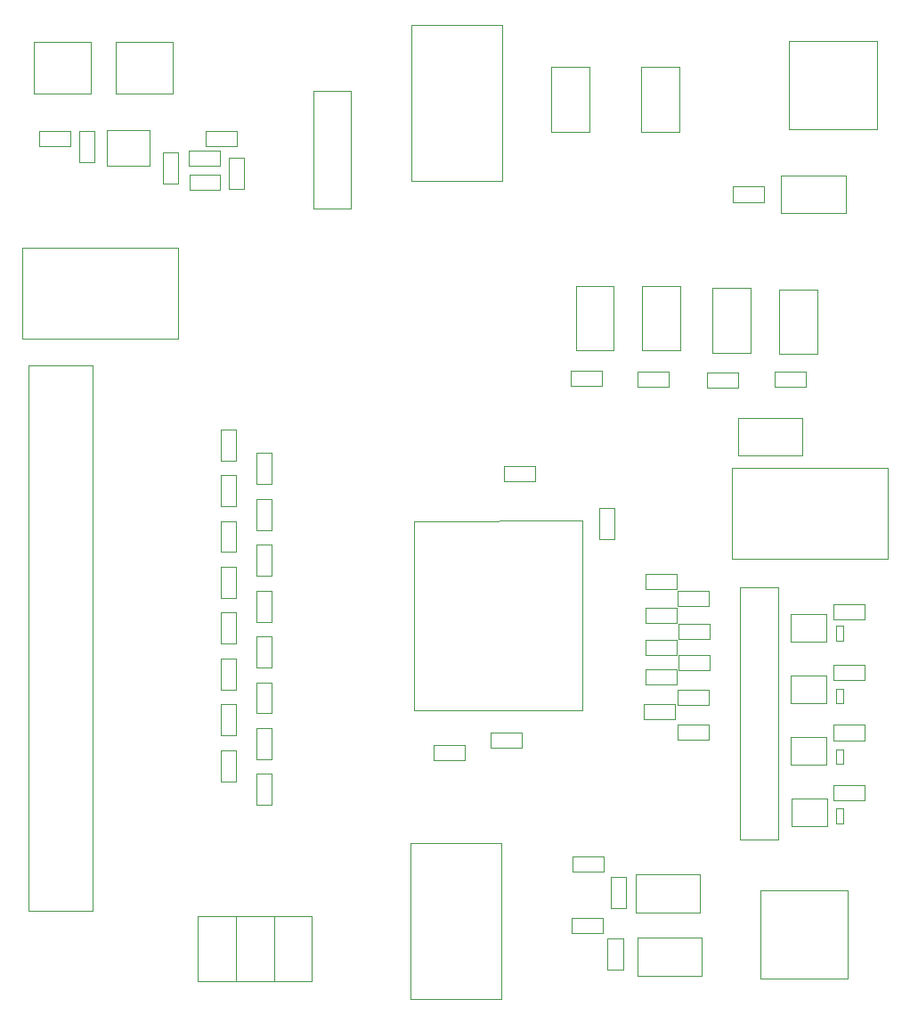
<source format=gbr>
%TF.GenerationSoftware,KiCad,Pcbnew,7.0.6-7.0.6~ubuntu20.04.1*%
%TF.CreationDate,2023-11-11T07:42:01+07:00*%
%TF.ProjectId,qpix,71706978-2e6b-4696-9361-645f70636258,rev?*%
%TF.SameCoordinates,Original*%
%TF.FileFunction,Other,User*%
%FSLAX46Y46*%
G04 Gerber Fmt 4.6, Leading zero omitted, Abs format (unit mm)*
G04 Created by KiCad (PCBNEW 7.0.6-7.0.6~ubuntu20.04.1) date 2023-11-11 07:42:01*
%MOMM*%
%LPD*%
G01*
G04 APERTURE LIST*
%ADD10C,0.050000*%
G04 APERTURE END LIST*
D10*
%TO.C,R44*%
X157765000Y-103312000D02*
X160725000Y-103312000D01*
X157765000Y-104772000D02*
X157765000Y-103312000D01*
X160725000Y-103312000D02*
X160725000Y-104772000D01*
X160725000Y-104772000D02*
X157765000Y-104772000D01*
%TO.C,R14*%
X147800000Y-128530000D02*
X150760000Y-128530000D01*
X147800000Y-129990000D02*
X147800000Y-128530000D01*
X150760000Y-128530000D02*
X150760000Y-129990000D01*
X150760000Y-129990000D02*
X147800000Y-129990000D01*
%TO.C,R26*%
X117715000Y-114979997D02*
X117715000Y-112019997D01*
X119175000Y-114979997D02*
X117715000Y-114979997D01*
X117715000Y-112019997D02*
X119175000Y-112019997D01*
X119175000Y-112019997D02*
X119175000Y-114979997D01*
%TO.C,JP3*%
X148095835Y-74350000D02*
X148095835Y-80500000D01*
X148095835Y-80500000D02*
X151695835Y-80500000D01*
X151695835Y-74350000D02*
X148095835Y-74350000D01*
X151695835Y-80500000D02*
X151695835Y-74350000D01*
%TO.C,JP5*%
X161095835Y-74550000D02*
X161095835Y-80700000D01*
X161095835Y-80700000D02*
X164695835Y-80700000D01*
X164695835Y-74550000D02*
X161095835Y-74550000D01*
X164695835Y-80700000D02*
X164695835Y-74550000D01*
%TO.C,J2*%
X167320000Y-126920000D02*
X167320000Y-103020000D01*
X167320000Y-103020000D02*
X163720000Y-103020000D01*
X163720000Y-126920000D02*
X167320000Y-126920000D01*
X163720000Y-103020000D02*
X163720000Y-126920000D01*
%TO.C,J9*%
X173985000Y-140155000D02*
X173985000Y-131815000D01*
X173985000Y-140155000D02*
X165645000Y-140155000D01*
X165645000Y-131815000D02*
X173985000Y-131815000D01*
X165645000Y-131815000D02*
X165645000Y-140155000D01*
%TO.C,U1*%
X132716512Y-96694641D02*
X132716512Y-114674641D01*
X132716512Y-114674641D02*
X148716512Y-114674641D01*
X148716512Y-96684641D02*
X132716512Y-96694641D01*
X148716512Y-114674641D02*
X148716512Y-96684641D01*
%TO.C,R43*%
X154763000Y-104963000D02*
X157723000Y-104963000D01*
X154763000Y-106423000D02*
X154763000Y-104963000D01*
X157723000Y-104963000D02*
X157723000Y-106423000D01*
X157723000Y-106423000D02*
X154763000Y-106423000D01*
%TO.C,R16*%
X117715000Y-93212142D02*
X117715000Y-90252142D01*
X119175000Y-93212142D02*
X117715000Y-93212142D01*
X117715000Y-90252142D02*
X119175000Y-90252142D01*
X119175000Y-90252142D02*
X119175000Y-93212142D01*
%TO.C,C3*%
X115830000Y-61080000D02*
X112870000Y-61080000D01*
X115830000Y-59620000D02*
X115830000Y-61080000D01*
X112870000Y-61080000D02*
X112870000Y-59620000D01*
X112870000Y-59620000D02*
X115830000Y-59620000D01*
%TO.C,JP9*%
X119390000Y-140405000D02*
X119390000Y-134255000D01*
X119390000Y-134255000D02*
X115790000Y-134255000D01*
X115790000Y-140405000D02*
X119390000Y-140405000D01*
X115790000Y-134255000D02*
X115790000Y-140405000D01*
%TO.C,R33*%
X142930000Y-118230000D02*
X139970000Y-118230000D01*
X142930000Y-116770000D02*
X142930000Y-118230000D01*
X139970000Y-118230000D02*
X139970000Y-116770000D01*
X139970000Y-116770000D02*
X142930000Y-116770000D01*
%TO.C,R45*%
X154763000Y-101693892D02*
X157723000Y-101693892D01*
X154763000Y-103153892D02*
X154763000Y-101693892D01*
X157723000Y-101693892D02*
X157723000Y-103153892D01*
X157723000Y-103153892D02*
X154763000Y-103153892D01*
%TO.C,C23*%
X151430000Y-133490000D02*
X151430000Y-130530000D01*
X152890000Y-133490000D02*
X151430000Y-133490000D01*
X151430000Y-130530000D02*
X152890000Y-130530000D01*
X152890000Y-130530000D02*
X152890000Y-133490000D01*
%TO.C,Q4*%
X168561833Y-105570000D02*
X171961833Y-105570000D01*
X168561833Y-108170000D02*
X168561833Y-105570000D01*
X171961833Y-105570000D02*
X171961833Y-108170000D01*
X171961833Y-108170000D02*
X168561833Y-108170000D01*
%TO.C,R8*%
X111342500Y-63770000D02*
X114302500Y-63770000D01*
X111342500Y-65230000D02*
X111342500Y-63770000D01*
X114302500Y-63770000D02*
X114302500Y-65230000D01*
X114302500Y-65230000D02*
X111342500Y-65230000D01*
%TO.C,R1*%
X147586835Y-82445000D02*
X150546835Y-82445000D01*
X147586835Y-83905000D02*
X147586835Y-82445000D01*
X150546835Y-82445000D02*
X150546835Y-83905000D01*
X150546835Y-83905000D02*
X147586835Y-83905000D01*
%TO.C,JP6*%
X167460835Y-74680000D02*
X167460835Y-80830000D01*
X167460835Y-80830000D02*
X171060835Y-80830000D01*
X171060835Y-74680000D02*
X167460835Y-74680000D01*
X171060835Y-80830000D02*
X171060835Y-74680000D01*
%TO.C,R20*%
X117715000Y-101919284D02*
X117715000Y-98959284D01*
X119175000Y-101919284D02*
X117715000Y-101919284D01*
X117715000Y-98959284D02*
X119175000Y-98959284D01*
X119175000Y-98959284D02*
X119175000Y-101919284D01*
%TO.C,R21*%
X114340000Y-104012142D02*
X114340000Y-101052142D01*
X115800000Y-104012142D02*
X114340000Y-104012142D01*
X114340000Y-101052142D02*
X115800000Y-101052142D01*
X115800000Y-101052142D02*
X115800000Y-104012142D01*
%TO.C,R39*%
X154763000Y-110805000D02*
X157723000Y-110805000D01*
X154763000Y-112265000D02*
X154763000Y-110805000D01*
X157723000Y-110805000D02*
X157723000Y-112265000D01*
X157723000Y-112265000D02*
X154763000Y-112265000D01*
%TO.C,R31*%
X134550000Y-117980000D02*
X137510000Y-117980000D01*
X134550000Y-119440000D02*
X134550000Y-117980000D01*
X137510000Y-117980000D02*
X137510000Y-119440000D01*
X137510000Y-119440000D02*
X134550000Y-119440000D01*
%TO.C,C1*%
X102332500Y-59685000D02*
X102332500Y-62645000D01*
X100872500Y-59685000D02*
X102332500Y-59685000D01*
X102332500Y-62645000D02*
X100872500Y-62645000D01*
X100872500Y-62645000D02*
X100872500Y-59685000D01*
%TO.C,JP12*%
X159930000Y-130270000D02*
X153780000Y-130270000D01*
X153780000Y-130270000D02*
X153780000Y-133870000D01*
X159930000Y-133870000D02*
X159930000Y-130270000D01*
X153780000Y-133870000D02*
X159930000Y-133870000D01*
%TO.C,R23*%
X114340000Y-108369284D02*
X114340000Y-105409284D01*
X115800000Y-108369284D02*
X114340000Y-108369284D01*
X114340000Y-105409284D02*
X115800000Y-105409284D01*
X115800000Y-105409284D02*
X115800000Y-108369284D01*
%TO.C,R4*%
X167020835Y-82495000D02*
X169980835Y-82495000D01*
X167020835Y-83955000D02*
X167020835Y-82495000D01*
X169980835Y-82495000D02*
X169980835Y-83955000D01*
X169980835Y-83955000D02*
X167020835Y-83955000D01*
%TO.C,R24*%
X117715000Y-110626426D02*
X117715000Y-107666426D01*
X119175000Y-110626426D02*
X117715000Y-110626426D01*
X117715000Y-107666426D02*
X119175000Y-107666426D01*
X119175000Y-107666426D02*
X119175000Y-110626426D01*
%TO.C,J4*%
X132375000Y-142145000D02*
X141025000Y-142145000D01*
X141025000Y-142145000D02*
X141025000Y-127295000D01*
X132375000Y-127295000D02*
X132375000Y-142145000D01*
X141025000Y-127295000D02*
X132375000Y-127295000D01*
%TO.C,J7*%
X168370000Y-51110000D02*
X168370000Y-59450000D01*
X168370000Y-51110000D02*
X176710000Y-51110000D01*
X176710000Y-59450000D02*
X168370000Y-59450000D01*
X176710000Y-59450000D02*
X176710000Y-51110000D01*
%TO.C,J5*%
X126730000Y-67000000D02*
X126730000Y-55800000D01*
X126730000Y-55800000D02*
X123130000Y-55800000D01*
X123130000Y-67000000D02*
X126730000Y-67000000D01*
X123130000Y-55800000D02*
X123130000Y-67000000D01*
%TO.C,R7*%
X108812500Y-64620000D02*
X108812500Y-61660000D01*
X110272500Y-64620000D02*
X108812500Y-64620000D01*
X108812500Y-61660000D02*
X110272500Y-61660000D01*
X110272500Y-61660000D02*
X110272500Y-64620000D01*
%TO.C,R36*%
X157765000Y-116012000D02*
X160725000Y-116012000D01*
X157765000Y-117472000D02*
X157765000Y-116012000D01*
X160725000Y-116012000D02*
X160725000Y-117472000D01*
X160725000Y-117472000D02*
X157765000Y-117472000D01*
%TO.C,R30*%
X117715000Y-123687142D02*
X117715000Y-120727142D01*
X119175000Y-123687142D02*
X117715000Y-123687142D01*
X117715000Y-120727142D02*
X119175000Y-120727142D01*
X119175000Y-120727142D02*
X119175000Y-123687142D01*
%TO.C,JP2*%
X160080000Y-136290000D02*
X153930000Y-136290000D01*
X153930000Y-136290000D02*
X153930000Y-139890000D01*
X160080000Y-139890000D02*
X160080000Y-136290000D01*
X153930000Y-139890000D02*
X160080000Y-139890000D01*
%TO.C,D1*%
X172851833Y-125425000D02*
X172851833Y-124025000D01*
X173551833Y-125425000D02*
X172851833Y-125425000D01*
X172851833Y-124025000D02*
X173551833Y-124025000D01*
X173551833Y-124025000D02*
X173551833Y-125425000D01*
%TO.C,J3*%
X141115000Y-49535000D02*
X132465000Y-49535000D01*
X132465000Y-49535000D02*
X132465000Y-64385000D01*
X141115000Y-64385000D02*
X141115000Y-49535000D01*
X132465000Y-64385000D02*
X141115000Y-64385000D01*
%TO.C,D3*%
X172851833Y-114040000D02*
X172851833Y-112640000D01*
X173551833Y-114040000D02*
X172851833Y-114040000D01*
X172851833Y-112640000D02*
X173551833Y-112640000D01*
X173551833Y-112640000D02*
X173551833Y-114040000D01*
%TO.C,JP7*%
X169656750Y-86880000D02*
X163506750Y-86880000D01*
X163506750Y-86880000D02*
X163506750Y-90480000D01*
X169656750Y-90480000D02*
X169656750Y-86880000D01*
X163506750Y-90480000D02*
X169656750Y-90480000D01*
%TO.C,R28*%
X117715000Y-119333568D02*
X117715000Y-116373568D01*
X119175000Y-119333568D02*
X117715000Y-119333568D01*
X117715000Y-116373568D02*
X119175000Y-116373568D01*
X119175000Y-116373568D02*
X119175000Y-119333568D01*
%TO.C,J13*%
X149400000Y-59720000D02*
X149400000Y-53570000D01*
X149400000Y-53570000D02*
X145800000Y-53570000D01*
X145800000Y-59720000D02*
X149400000Y-59720000D01*
X145800000Y-53570000D02*
X145800000Y-59720000D01*
%TO.C,R17*%
X114340000Y-95297858D02*
X114340000Y-92337858D01*
X115800000Y-95297858D02*
X114340000Y-95297858D01*
X114340000Y-92337858D02*
X115800000Y-92337858D01*
X115800000Y-92337858D02*
X115800000Y-95297858D01*
%TO.C,R13*%
X166030000Y-66400000D02*
X163070000Y-66400000D01*
X166030000Y-64940000D02*
X166030000Y-66400000D01*
X163070000Y-66400000D02*
X163070000Y-64940000D01*
X163070000Y-64940000D02*
X166030000Y-64940000D01*
%TO.C,JP10*%
X115750000Y-140404000D02*
X115750000Y-134254000D01*
X115750000Y-134254000D02*
X112150000Y-134254000D01*
X112150000Y-140404000D02*
X115750000Y-140404000D01*
X112150000Y-134254000D02*
X112150000Y-140404000D01*
%TO.C,R32*%
X144235000Y-92920000D02*
X141275000Y-92920000D01*
X144235000Y-91460000D02*
X144235000Y-92920000D01*
X141275000Y-92920000D02*
X141275000Y-91460000D01*
X141275000Y-91460000D02*
X144235000Y-91460000D01*
%TO.C,Q2*%
X168561833Y-117237332D02*
X171961833Y-117237332D01*
X168561833Y-119837332D02*
X168561833Y-117237332D01*
X171961833Y-117237332D02*
X171961833Y-119837332D01*
X171961833Y-119837332D02*
X168561833Y-119837332D01*
%TO.C,R40*%
X157829000Y-109408000D02*
X160789000Y-109408000D01*
X157829000Y-110868000D02*
X157829000Y-109408000D01*
X160789000Y-109408000D02*
X160789000Y-110868000D01*
X160789000Y-110868000D02*
X157829000Y-110868000D01*
%TO.C,J10*%
X157920000Y-59720000D02*
X157920000Y-53570000D01*
X157920000Y-53570000D02*
X154320000Y-53570000D01*
X154320000Y-59720000D02*
X157920000Y-59720000D01*
X154320000Y-53570000D02*
X154320000Y-59720000D01*
%TO.C,R68*%
X175561833Y-106060000D02*
X172601833Y-106060000D01*
X175561833Y-104600000D02*
X175561833Y-106060000D01*
X172601833Y-106060000D02*
X172601833Y-104600000D01*
X172601833Y-104600000D02*
X175561833Y-104600000D01*
%TO.C,R42*%
X157829000Y-106487000D02*
X160789000Y-106487000D01*
X157829000Y-107947000D02*
X157829000Y-106487000D01*
X160789000Y-106487000D02*
X160789000Y-107947000D01*
X160789000Y-107947000D02*
X157829000Y-107947000D01*
%TO.C,R25*%
X114340000Y-112726426D02*
X114340000Y-109766426D01*
X115800000Y-112726426D02*
X114340000Y-112726426D01*
X114340000Y-109766426D02*
X115800000Y-109766426D01*
X115800000Y-109766426D02*
X115800000Y-112726426D01*
%TO.C,U2*%
X103512500Y-59590000D02*
X103512500Y-62990000D01*
X103512500Y-62990000D02*
X107612500Y-62990000D01*
X107612500Y-59590000D02*
X103512500Y-59590000D01*
X107612500Y-62990000D02*
X107612500Y-59590000D01*
%TO.C,R22*%
X117715000Y-106272855D02*
X117715000Y-103312855D01*
X119175000Y-106272855D02*
X117715000Y-106272855D01*
X117715000Y-103312855D02*
X119175000Y-103312855D01*
X119175000Y-103312855D02*
X119175000Y-106272855D01*
%TO.C,J1*%
X96045000Y-81880000D02*
X96045000Y-133730000D01*
X96045000Y-133730000D02*
X102195000Y-133730000D01*
X102195000Y-81880000D02*
X96045000Y-81880000D01*
X102195000Y-133730000D02*
X102195000Y-81880000D01*
%TO.C,J8*%
X177785000Y-100315000D02*
X177785000Y-91665000D01*
X177785000Y-91665000D02*
X162935000Y-91665000D01*
X162935000Y-100315000D02*
X177785000Y-100315000D01*
X162935000Y-91665000D02*
X162935000Y-100315000D01*
%TO.C,JP4*%
X154430000Y-74350000D02*
X154430000Y-80500000D01*
X154430000Y-80500000D02*
X158030000Y-80500000D01*
X158030000Y-74350000D02*
X154430000Y-74350000D01*
X158030000Y-80500000D02*
X158030000Y-74350000D01*
%TO.C,C22*%
X151130000Y-139355000D02*
X151130000Y-136395000D01*
X152590000Y-139355000D02*
X151130000Y-139355000D01*
X151130000Y-136395000D02*
X152590000Y-136395000D01*
X152590000Y-136395000D02*
X152590000Y-139355000D01*
%TO.C,C2*%
X114290000Y-62950000D02*
X111330000Y-62950000D01*
X114290000Y-61490000D02*
X114290000Y-62950000D01*
X111330000Y-62950000D02*
X111330000Y-61490000D01*
X111330000Y-61490000D02*
X114290000Y-61490000D01*
%TO.C,R29*%
X114340000Y-121440716D02*
X114340000Y-118480716D01*
X115800000Y-121440716D02*
X114340000Y-121440716D01*
X114340000Y-118480716D02*
X115800000Y-118480716D01*
X115800000Y-118480716D02*
X115800000Y-121440716D01*
%TO.C,D4*%
X172851833Y-108067500D02*
X172851833Y-106667500D01*
X173551833Y-108067500D02*
X172851833Y-108067500D01*
X172851833Y-106667500D02*
X173551833Y-106667500D01*
X173551833Y-106667500D02*
X173551833Y-108067500D01*
%TO.C,R15*%
X114340000Y-90940716D02*
X114340000Y-87980716D01*
X115800000Y-90940716D02*
X114340000Y-90940716D01*
X114340000Y-87980716D02*
X115800000Y-87980716D01*
X115800000Y-87980716D02*
X115800000Y-90940716D01*
%TO.C,R65*%
X175561833Y-123270000D02*
X172601833Y-123270000D01*
X175561833Y-121810000D02*
X175561833Y-123270000D01*
X172601833Y-123270000D02*
X172601833Y-121810000D01*
X172601833Y-121810000D02*
X175561833Y-121810000D01*
%TO.C,J11*%
X96560000Y-51170000D02*
X96560000Y-56070000D01*
X96560000Y-56070000D02*
X101960000Y-56070000D01*
X101960000Y-51170000D02*
X96560000Y-51170000D01*
X101960000Y-56070000D02*
X101960000Y-51170000D01*
X104360000Y-51170000D02*
X104360000Y-56070000D01*
X104360000Y-56070000D02*
X109760000Y-56070000D01*
X109760000Y-51170000D02*
X104360000Y-51170000D01*
X109760000Y-56070000D02*
X109760000Y-51170000D01*
%TO.C,R37*%
X154590000Y-114107000D02*
X157550000Y-114107000D01*
X154590000Y-115567000D02*
X154590000Y-114107000D01*
X157550000Y-114107000D02*
X157550000Y-115567000D01*
X157550000Y-115567000D02*
X154590000Y-115567000D01*
%TO.C,Q3*%
X168561833Y-111403666D02*
X171961833Y-111403666D01*
X168561833Y-114003666D02*
X168561833Y-111403666D01*
X171961833Y-111403666D02*
X171961833Y-114003666D01*
X171961833Y-114003666D02*
X168561833Y-114003666D01*
%TO.C,D2*%
X172851833Y-119787500D02*
X172851833Y-118387500D01*
X173551833Y-119787500D02*
X172851833Y-119787500D01*
X172851833Y-118387500D02*
X173551833Y-118387500D01*
X173551833Y-118387500D02*
X173551833Y-119787500D01*
%TO.C,J6*%
X95435000Y-70765000D02*
X95435000Y-79415000D01*
X95435000Y-79415000D02*
X110285000Y-79415000D01*
X110285000Y-70765000D02*
X95435000Y-70765000D01*
X110285000Y-79415000D02*
X110285000Y-70765000D01*
%TO.C,R2*%
X153933335Y-82505000D02*
X156893335Y-82505000D01*
X153933335Y-83965000D02*
X153933335Y-82505000D01*
X156893335Y-82505000D02*
X156893335Y-83965000D01*
X156893335Y-83965000D02*
X153933335Y-83965000D01*
%TO.C,JP8*%
X123020000Y-140415000D02*
X123020000Y-134265000D01*
X123020000Y-134265000D02*
X119420000Y-134265000D01*
X119420000Y-140415000D02*
X123020000Y-140415000D01*
X119420000Y-134265000D02*
X119420000Y-140415000D01*
%TO.C,FB1*%
X100072500Y-61110000D02*
X97112500Y-61110000D01*
X100072500Y-59650000D02*
X100072500Y-61110000D01*
X97112500Y-61110000D02*
X97112500Y-59650000D01*
X97112500Y-59650000D02*
X100072500Y-59650000D01*
%TO.C,R10*%
X147710000Y-134400000D02*
X150670000Y-134400000D01*
X147710000Y-135860000D02*
X147710000Y-134400000D01*
X150670000Y-134400000D02*
X150670000Y-135860000D01*
X150670000Y-135860000D02*
X147710000Y-135860000D01*
%TO.C,R9*%
X115090000Y-65160000D02*
X115090000Y-62200000D01*
X116550000Y-65160000D02*
X115090000Y-65160000D01*
X115090000Y-62200000D02*
X116550000Y-62200000D01*
X116550000Y-62200000D02*
X116550000Y-65160000D01*
%TO.C,Q1*%
X168641833Y-123070999D02*
X172041833Y-123070999D01*
X168641833Y-125670999D02*
X168641833Y-123070999D01*
X172041833Y-123070999D02*
X172041833Y-125670999D01*
X172041833Y-125670999D02*
X168641833Y-125670999D01*
%TO.C,R19*%
X114340000Y-99655000D02*
X114340000Y-96695000D01*
X115800000Y-99655000D02*
X114340000Y-99655000D01*
X114340000Y-96695000D02*
X115800000Y-96695000D01*
X115800000Y-96695000D02*
X115800000Y-99655000D01*
%TO.C,R18*%
X117715000Y-97565713D02*
X117715000Y-94605713D01*
X119175000Y-97565713D02*
X117715000Y-97565713D01*
X117715000Y-94605713D02*
X119175000Y-94605713D01*
X119175000Y-94605713D02*
X119175000Y-97565713D01*
%TO.C,R41*%
X154763000Y-108011000D02*
X157723000Y-108011000D01*
X154763000Y-109471000D02*
X154763000Y-108011000D01*
X157723000Y-108011000D02*
X157723000Y-109471000D01*
X157723000Y-109471000D02*
X154763000Y-109471000D01*
%TO.C,JP1*%
X167625000Y-67480000D02*
X173775000Y-67480000D01*
X173775000Y-67480000D02*
X173775000Y-63880000D01*
X167625000Y-63880000D02*
X167625000Y-67480000D01*
X173775000Y-63880000D02*
X167625000Y-63880000D01*
%TO.C,R66*%
X175561833Y-117533332D02*
X172601833Y-117533332D01*
X175561833Y-116073332D02*
X175561833Y-117533332D01*
X172601833Y-117533332D02*
X172601833Y-116073332D01*
X172601833Y-116073332D02*
X175561833Y-116073332D01*
%TO.C,R27*%
X114340000Y-117083568D02*
X114340000Y-114123568D01*
X115800000Y-117083568D02*
X114340000Y-117083568D01*
X114340000Y-114123568D02*
X115800000Y-114123568D01*
X115800000Y-114123568D02*
X115800000Y-117083568D01*
%TO.C,R67*%
X175561833Y-111796666D02*
X172601833Y-111796666D01*
X175561833Y-110336666D02*
X175561833Y-111796666D01*
X172601833Y-111796666D02*
X172601833Y-110336666D01*
X172601833Y-110336666D02*
X175561833Y-110336666D01*
%TO.C,R3*%
X160595835Y-82555000D02*
X163555835Y-82555000D01*
X160595835Y-84015000D02*
X160595835Y-82555000D01*
X163555835Y-82555000D02*
X163555835Y-84015000D01*
X163555835Y-84015000D02*
X160595835Y-84015000D01*
%TO.C,R38*%
X157765000Y-112710000D02*
X160725000Y-112710000D01*
X157765000Y-114170000D02*
X157765000Y-112710000D01*
X160725000Y-112710000D02*
X160725000Y-114170000D01*
X160725000Y-114170000D02*
X157765000Y-114170000D01*
%TO.C,R35*%
X151750000Y-95470000D02*
X151750000Y-98430000D01*
X150290000Y-95470000D02*
X151750000Y-95470000D01*
X151750000Y-98430000D02*
X150290000Y-98430000D01*
X150290000Y-98430000D02*
X150290000Y-95470000D01*
%TD*%
M02*

</source>
